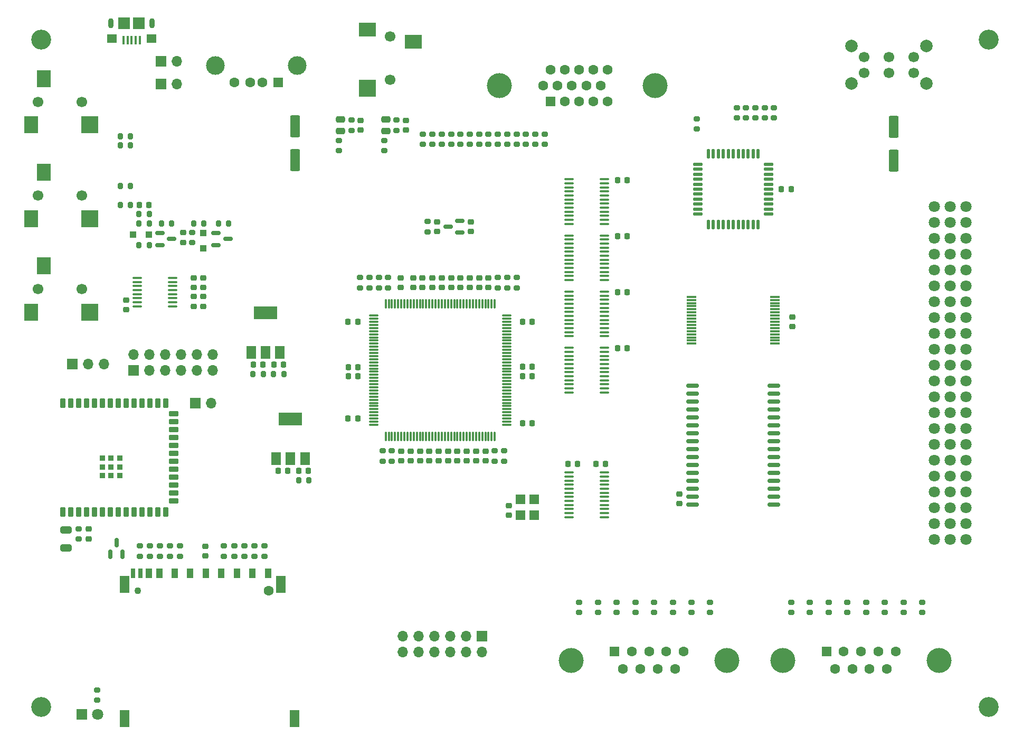
<source format=gts>
%TF.GenerationSoftware,KiCad,Pcbnew,(7.0.0)*%
%TF.CreationDate,2023-03-16T09:59:11-07:00*%
%TF.ProjectId,aquarius-plus,61717561-7269-4757-932d-706c75732e6b,rev?*%
%TF.SameCoordinates,Original*%
%TF.FileFunction,Soldermask,Top*%
%TF.FilePolarity,Negative*%
%FSLAX46Y46*%
G04 Gerber Fmt 4.6, Leading zero omitted, Abs format (unit mm)*
G04 Created by KiCad (PCBNEW (7.0.0)) date 2023-03-16 09:59:11*
%MOMM*%
%LPD*%
G01*
G04 APERTURE LIST*
G04 Aperture macros list*
%AMRoundRect*
0 Rectangle with rounded corners*
0 $1 Rounding radius*
0 $2 $3 $4 $5 $6 $7 $8 $9 X,Y pos of 4 corners*
0 Add a 4 corners polygon primitive as box body*
4,1,4,$2,$3,$4,$5,$6,$7,$8,$9,$2,$3,0*
0 Add four circle primitives for the rounded corners*
1,1,$1+$1,$2,$3*
1,1,$1+$1,$4,$5*
1,1,$1+$1,$6,$7*
1,1,$1+$1,$8,$9*
0 Add four rect primitives between the rounded corners*
20,1,$1+$1,$2,$3,$4,$5,0*
20,1,$1+$1,$4,$5,$6,$7,0*
20,1,$1+$1,$6,$7,$8,$9,0*
20,1,$1+$1,$8,$9,$2,$3,0*%
G04 Aperture macros list end*
%ADD10RoundRect,0.200000X0.275000X-0.200000X0.275000X0.200000X-0.275000X0.200000X-0.275000X-0.200000X0*%
%ADD11C,1.800000*%
%ADD12RoundRect,0.200000X-0.275000X0.200000X-0.275000X-0.200000X0.275000X-0.200000X0.275000X0.200000X0*%
%ADD13RoundRect,0.225000X0.250000X-0.225000X0.250000X0.225000X-0.250000X0.225000X-0.250000X-0.225000X0*%
%ADD14RoundRect,0.100000X0.637500X0.100000X-0.637500X0.100000X-0.637500X-0.100000X0.637500X-0.100000X0*%
%ADD15RoundRect,0.150000X0.875000X0.150000X-0.875000X0.150000X-0.875000X-0.150000X0.875000X-0.150000X0*%
%ADD16R,1.700000X1.700000*%
%ADD17O,1.700000X1.700000*%
%ADD18RoundRect,0.225000X-0.250000X0.225000X-0.250000X-0.225000X0.250000X-0.225000X0.250000X0.225000X0*%
%ADD19C,4.000000*%
%ADD20R,1.600000X1.600000*%
%ADD21C,1.600000*%
%ADD22R,1.500000X2.000000*%
%ADD23R,3.800000X2.000000*%
%ADD24RoundRect,0.075000X-0.662500X-0.075000X0.662500X-0.075000X0.662500X0.075000X-0.662500X0.075000X0*%
%ADD25RoundRect,0.075000X-0.075000X-0.662500X0.075000X-0.662500X0.075000X0.662500X-0.075000X0.662500X0*%
%ADD26C,3.200000*%
%ADD27RoundRect,0.225000X-0.225000X-0.250000X0.225000X-0.250000X0.225000X0.250000X-0.225000X0.250000X0*%
%ADD28RoundRect,0.225000X0.225000X0.250000X-0.225000X0.250000X-0.225000X-0.250000X0.225000X-0.250000X0*%
%ADD29RoundRect,0.250000X0.475000X-0.250000X0.475000X0.250000X-0.475000X0.250000X-0.475000X-0.250000X0*%
%ADD30RoundRect,0.200000X-0.200000X-0.275000X0.200000X-0.275000X0.200000X0.275000X-0.200000X0.275000X0*%
%ADD31RoundRect,0.150000X-0.587500X-0.150000X0.587500X-0.150000X0.587500X0.150000X-0.587500X0.150000X0*%
%ADD32RoundRect,0.150000X0.587500X0.150000X-0.587500X0.150000X-0.587500X-0.150000X0.587500X-0.150000X0*%
%ADD33RoundRect,0.200000X0.200000X0.275000X-0.200000X0.275000X-0.200000X-0.275000X0.200000X-0.275000X0*%
%ADD34C,1.700000*%
%ADD35R,2.200000X2.800000*%
%ADD36R,2.800000X2.800000*%
%ADD37C,2.000000*%
%ADD38RoundRect,0.100000X0.100000X0.575000X-0.100000X0.575000X-0.100000X-0.575000X0.100000X-0.575000X0*%
%ADD39O,0.900000X1.600000*%
%ADD40R,1.600000X1.400000*%
%ADD41R,1.900000X1.900000*%
%ADD42RoundRect,0.075000X0.712500X0.075000X-0.712500X0.075000X-0.712500X-0.075000X0.712500X-0.075000X0*%
%ADD43C,1.100000*%
%ADD44R,1.000000X1.500000*%
%ADD45R,0.700000X1.500000*%
%ADD46R,1.500000X2.800000*%
%ADD47RoundRect,0.137500X0.600000X0.137500X-0.600000X0.137500X-0.600000X-0.137500X0.600000X-0.137500X0*%
%ADD48RoundRect,0.137500X0.137500X0.600000X-0.137500X0.600000X-0.137500X-0.600000X0.137500X-0.600000X0*%
%ADD49RoundRect,0.100000X-0.637500X-0.100000X0.637500X-0.100000X0.637500X0.100000X-0.637500X0.100000X0*%
%ADD50R,1.600000X1.500000*%
%ADD51C,3.000000*%
%ADD52R,1.800000X1.800000*%
%ADD53RoundRect,0.250000X-0.550000X1.500000X-0.550000X-1.500000X0.550000X-1.500000X0.550000X1.500000X0*%
%ADD54R,1.000000X1.000000*%
%ADD55R,1.500000X1.600000*%
%ADD56RoundRect,0.150000X0.150000X-0.587500X0.150000X0.587500X-0.150000X0.587500X-0.150000X-0.587500X0*%
%ADD57RoundRect,0.250000X-0.650000X0.325000X-0.650000X-0.325000X0.650000X-0.325000X0.650000X0.325000X0*%
%ADD58R,2.800000X2.200000*%
%ADD59RoundRect,0.225000X0.225000X0.525000X-0.225000X0.525000X-0.225000X-0.525000X0.225000X-0.525000X0*%
%ADD60RoundRect,0.225000X-0.525000X0.225000X-0.525000X-0.225000X0.525000X-0.225000X0.525000X0.225000X0*%
%ADD61RoundRect,0.225000X-0.225000X-0.525000X0.225000X-0.525000X0.225000X0.525000X-0.225000X0.525000X0*%
%ADD62RoundRect,0.225000X-0.225000X-0.225000X0.225000X-0.225000X0.225000X0.225000X-0.225000X0.225000X0*%
G04 APERTURE END LIST*
D10*
%TO.C,R76*%
X207300000Y-130825000D03*
X207300000Y-129175000D03*
%TD*%
D11*
%TO.C,J10*%
X214825000Y-65830000D03*
X212285000Y-65830000D03*
X217365000Y-65830000D03*
X214825000Y-68370000D03*
X212285000Y-68370000D03*
X217365000Y-68370000D03*
X214825000Y-70910000D03*
X212285000Y-70910000D03*
X217365000Y-70910000D03*
X214825000Y-73450000D03*
X212285000Y-73450000D03*
X217365000Y-73450000D03*
X214825000Y-75990000D03*
X212285000Y-75990000D03*
X217365000Y-75990000D03*
X214825000Y-78530000D03*
X212285000Y-78530000D03*
X217365000Y-78530000D03*
X214825000Y-81070000D03*
X212285000Y-81070000D03*
X217365000Y-81070000D03*
X214825000Y-83610000D03*
X212285000Y-83610000D03*
X217365000Y-83610000D03*
X214825000Y-86150000D03*
X212285000Y-86150000D03*
X217365000Y-86150000D03*
X214825000Y-88690000D03*
X212285000Y-88690000D03*
X217365000Y-88690000D03*
X214825000Y-91230000D03*
X212285000Y-91230000D03*
X217365000Y-91230000D03*
X214825000Y-93770000D03*
X212285000Y-93770000D03*
X217365000Y-93770000D03*
X214825000Y-96310000D03*
X212285000Y-96310000D03*
X217365000Y-96310000D03*
X214825000Y-98850000D03*
X212285000Y-98850000D03*
X217365000Y-98850000D03*
X214825000Y-101390000D03*
X212285000Y-101390000D03*
X217365000Y-101390000D03*
X214825000Y-103930000D03*
X212285000Y-103930000D03*
X217365000Y-103930000D03*
X214825000Y-106470000D03*
X212285000Y-106470000D03*
X217365000Y-106470000D03*
X214825000Y-109010000D03*
X212285000Y-109010000D03*
X217365000Y-109010000D03*
X214825000Y-111550000D03*
X212285000Y-111550000D03*
X217365000Y-111550000D03*
X214825000Y-114090000D03*
X212285000Y-114090000D03*
X217365000Y-114090000D03*
X214825000Y-116630000D03*
X212285000Y-116630000D03*
X217365000Y-116630000D03*
X214825000Y-119170000D03*
X212285000Y-119170000D03*
X217365000Y-119170000D03*
%TD*%
D12*
%TO.C,R3*%
X183550000Y-49925000D03*
X183550000Y-51575000D03*
%TD*%
D13*
%TO.C,C25*%
X140750000Y-78775000D03*
X140750000Y-77225000D03*
%TD*%
D10*
%TO.C,R51*%
X75016750Y-119065071D03*
X75016750Y-117415071D03*
%TD*%
D14*
%TO.C,U5*%
X90112500Y-81775000D03*
X90112500Y-81125000D03*
X90112500Y-80475000D03*
X90112500Y-79825000D03*
X90112500Y-79175000D03*
X90112500Y-78525000D03*
X90112500Y-77875000D03*
X90112500Y-77225000D03*
X84387500Y-77225000D03*
X84387500Y-77875000D03*
X84387500Y-78525000D03*
X84387500Y-79175000D03*
X84387500Y-79825000D03*
X84387500Y-80475000D03*
X84387500Y-81125000D03*
X84387500Y-81775000D03*
%TD*%
D15*
%TO.C,U12*%
X186550000Y-113525000D03*
X186550000Y-112255000D03*
X186550000Y-110985000D03*
X186550000Y-109715000D03*
X186550000Y-108445000D03*
X186550000Y-107175000D03*
X186550000Y-105905000D03*
X186550000Y-104635000D03*
X186550000Y-103365000D03*
X186550000Y-102095000D03*
X186550000Y-100825000D03*
X186550000Y-99555000D03*
X186550000Y-98285000D03*
X186550000Y-97015000D03*
X186550000Y-95745000D03*
X186550000Y-94475000D03*
X173450000Y-94475000D03*
X173450000Y-95745000D03*
X173450000Y-97015000D03*
X173450000Y-98285000D03*
X173450000Y-99555000D03*
X173450000Y-100825000D03*
X173450000Y-102095000D03*
X173450000Y-103365000D03*
X173450000Y-104635000D03*
X173450000Y-105905000D03*
X173450000Y-107175000D03*
X173450000Y-108445000D03*
X173450000Y-109715000D03*
X173450000Y-110985000D03*
X173450000Y-112255000D03*
X173450000Y-113525000D03*
%TD*%
D16*
%TO.C,JP3*%
X93699999Y-97249999D03*
D17*
X96239999Y-97249999D03*
%TD*%
D12*
%TO.C,R60*%
X103228100Y-120175027D03*
X103228100Y-121825027D03*
%TD*%
D10*
%TO.C,R64*%
X161300000Y-130825000D03*
X161300000Y-129175000D03*
%TD*%
%TO.C,R17*%
X140750000Y-55825000D03*
X140750000Y-54175000D03*
%TD*%
%TO.C,R19*%
X143750000Y-55825000D03*
X143750000Y-54175000D03*
%TD*%
D18*
%TO.C,C47*%
X134250000Y-104975000D03*
X134250000Y-106525000D03*
%TD*%
D19*
%TO.C,J14*%
X187990000Y-138489669D03*
X212990000Y-138489669D03*
D20*
X194949999Y-137069668D03*
D21*
X197720000Y-137069669D03*
X200490000Y-137069669D03*
X203260000Y-137069669D03*
X206030000Y-137069669D03*
X196335000Y-139909669D03*
X199105000Y-139909669D03*
X201875000Y-139909669D03*
X204645000Y-139909669D03*
%TD*%
D16*
%TO.C,J11*%
X139699999Y-134619999D03*
D17*
X139699999Y-137159999D03*
X137159999Y-134619999D03*
X137159999Y-137159999D03*
X134619999Y-134619999D03*
X134619999Y-137159999D03*
X132079999Y-134619999D03*
X132079999Y-137159999D03*
X129539999Y-134619999D03*
X129539999Y-137159999D03*
X126999999Y-134619999D03*
X126999999Y-137159999D03*
%TD*%
D10*
%TO.C,R34*%
X131000000Y-69825000D03*
X131000000Y-68175000D03*
%TD*%
%TO.C,R74*%
X201300000Y-130825000D03*
X201300000Y-129175000D03*
%TD*%
D13*
%TO.C,C56*%
X171350000Y-113375000D03*
X171350000Y-111825000D03*
%TD*%
D10*
%TO.C,R65*%
X164300000Y-130825000D03*
X164300000Y-129175000D03*
%TD*%
D13*
%TO.C,C4*%
X127500000Y-53525000D03*
X127500000Y-51975000D03*
%TD*%
D22*
%TO.C,U8*%
X102699999Y-89149999D03*
X104999999Y-89149999D03*
D23*
X104999999Y-82849999D03*
D22*
X107299999Y-89149999D03*
%TD*%
D12*
%TO.C,R59*%
X101600000Y-121825000D03*
X101600000Y-120175000D03*
%TD*%
D18*
%TO.C,C50*%
X138750000Y-104975000D03*
X138750000Y-106525000D03*
%TD*%
D13*
%TO.C,C19*%
X131750000Y-78775000D03*
X131750000Y-77225000D03*
%TD*%
D24*
%TO.C,U9*%
X122337500Y-83250000D03*
X122337500Y-83750000D03*
X122337500Y-84250000D03*
X122337500Y-84750000D03*
X122337500Y-85250000D03*
X122337500Y-85750000D03*
X122337500Y-86250000D03*
X122337500Y-86750000D03*
X122337500Y-87250000D03*
X122337500Y-87750000D03*
X122337500Y-88250000D03*
X122337500Y-88750000D03*
X122337500Y-89250000D03*
X122337500Y-89750000D03*
X122337500Y-90250000D03*
X122337500Y-90750000D03*
X122337500Y-91250000D03*
X122337500Y-91750000D03*
X122337500Y-92250000D03*
X122337500Y-92750000D03*
X122337500Y-93250000D03*
X122337500Y-93750000D03*
X122337500Y-94250000D03*
X122337500Y-94750000D03*
X122337500Y-95250000D03*
X122337500Y-95750000D03*
X122337500Y-96250000D03*
X122337500Y-96750000D03*
X122337500Y-97250000D03*
X122337500Y-97750000D03*
X122337500Y-98250000D03*
X122337500Y-98750000D03*
X122337500Y-99250000D03*
X122337500Y-99750000D03*
X122337500Y-100250000D03*
X122337500Y-100750000D03*
D25*
X124250000Y-102662500D03*
X124750000Y-102662500D03*
X125250000Y-102662500D03*
X125750000Y-102662500D03*
X126250000Y-102662500D03*
X126750000Y-102662500D03*
X127250000Y-102662500D03*
X127750000Y-102662500D03*
X128250000Y-102662500D03*
X128750000Y-102662500D03*
X129250000Y-102662500D03*
X129750000Y-102662500D03*
X130250000Y-102662500D03*
X130750000Y-102662500D03*
X131250000Y-102662500D03*
X131750000Y-102662500D03*
X132250000Y-102662500D03*
X132750000Y-102662500D03*
X133250000Y-102662500D03*
X133750000Y-102662500D03*
X134250000Y-102662500D03*
X134750000Y-102662500D03*
X135250000Y-102662500D03*
X135750000Y-102662500D03*
X136250000Y-102662500D03*
X136750000Y-102662500D03*
X137250000Y-102662500D03*
X137750000Y-102662500D03*
X138250000Y-102662500D03*
X138750000Y-102662500D03*
X139250000Y-102662500D03*
X139750000Y-102662500D03*
X140250000Y-102662500D03*
X140750000Y-102662500D03*
X141250000Y-102662500D03*
X141750000Y-102662500D03*
D24*
X143662500Y-100750000D03*
X143662500Y-100250000D03*
X143662500Y-99750000D03*
X143662500Y-99250000D03*
X143662500Y-98750000D03*
X143662500Y-98250000D03*
X143662500Y-97750000D03*
X143662500Y-97250000D03*
X143662500Y-96750000D03*
X143662500Y-96250000D03*
X143662500Y-95750000D03*
X143662500Y-95250000D03*
X143662500Y-94750000D03*
X143662500Y-94250000D03*
X143662500Y-93750000D03*
X143662500Y-93250000D03*
X143662500Y-92750000D03*
X143662500Y-92250000D03*
X143662500Y-91750000D03*
X143662500Y-91250000D03*
X143662500Y-90750000D03*
X143662500Y-90250000D03*
X143662500Y-89750000D03*
X143662500Y-89250000D03*
X143662500Y-88750000D03*
X143662500Y-88250000D03*
X143662500Y-87750000D03*
X143662500Y-87250000D03*
X143662500Y-86750000D03*
X143662500Y-86250000D03*
X143662500Y-85750000D03*
X143662500Y-85250000D03*
X143662500Y-84750000D03*
X143662500Y-84250000D03*
X143662500Y-83750000D03*
X143662500Y-83250000D03*
D25*
X141750000Y-81337500D03*
X141250000Y-81337500D03*
X140750000Y-81337500D03*
X140250000Y-81337500D03*
X139750000Y-81337500D03*
X139250000Y-81337500D03*
X138750000Y-81337500D03*
X138250000Y-81337500D03*
X137750000Y-81337500D03*
X137250000Y-81337500D03*
X136750000Y-81337500D03*
X136250000Y-81337500D03*
X135750000Y-81337500D03*
X135250000Y-81337500D03*
X134750000Y-81337500D03*
X134250000Y-81337500D03*
X133750000Y-81337500D03*
X133250000Y-81337500D03*
X132750000Y-81337500D03*
X132250000Y-81337500D03*
X131750000Y-81337500D03*
X131250000Y-81337500D03*
X130750000Y-81337500D03*
X130250000Y-81337500D03*
X129750000Y-81337500D03*
X129250000Y-81337500D03*
X128750000Y-81337500D03*
X128250000Y-81337500D03*
X127750000Y-81337500D03*
X127250000Y-81337500D03*
X126750000Y-81337500D03*
X126250000Y-81337500D03*
X125750000Y-81337500D03*
X125250000Y-81337500D03*
X124750000Y-81337500D03*
X124250000Y-81337500D03*
%TD*%
D26*
%TO.C,H4*%
X221000000Y-146000000D03*
%TD*%
D10*
%TO.C,R12*%
X133250000Y-55825000D03*
X133250000Y-54175000D03*
%TD*%
%TO.C,R46*%
X123750000Y-106575000D03*
X123750000Y-104925000D03*
%TD*%
D27*
%TO.C,C37*%
X146225000Y-91450000D03*
X147775000Y-91450000D03*
%TD*%
D26*
%TO.C,H3*%
X69000000Y-146000000D03*
%TD*%
D12*
%TO.C,R1*%
X180550000Y-49925000D03*
X180550000Y-51575000D03*
%TD*%
D28*
%TO.C,C54*%
X108575000Y-108150000D03*
X107025000Y-108150000D03*
%TD*%
D10*
%TO.C,R42*%
X143750000Y-78825000D03*
X143750000Y-77175000D03*
%TD*%
D29*
%TO.C,C3*%
X124250000Y-53700000D03*
X124250000Y-51800000D03*
%TD*%
D12*
%TO.C,R5*%
X186550000Y-49925000D03*
X186550000Y-51575000D03*
%TD*%
D30*
%TO.C,R28*%
X81675000Y-65500000D03*
X83325000Y-65500000D03*
%TD*%
D31*
%TO.C,Q2*%
X97062500Y-70050000D03*
X97062500Y-71950000D03*
X98937500Y-71000000D03*
%TD*%
D18*
%TO.C,C10*%
X132500000Y-68225000D03*
X132500000Y-69775000D03*
%TD*%
D32*
%TO.C,U3*%
X136137500Y-69950000D03*
X136137500Y-68050000D03*
X134262500Y-69000000D03*
%TD*%
D10*
%TO.C,R39*%
X123150000Y-78825000D03*
X123150000Y-77175000D03*
%TD*%
D18*
%TO.C,C48*%
X135750000Y-104975000D03*
X135750000Y-106525000D03*
%TD*%
D13*
%TO.C,C18*%
X130150000Y-78775000D03*
X130150000Y-77225000D03*
%TD*%
D10*
%TO.C,R43*%
X145250000Y-78825000D03*
X145250000Y-77175000D03*
%TD*%
%TO.C,R25*%
X116750000Y-56825000D03*
X116750000Y-55175000D03*
%TD*%
D33*
%TO.C,R9*%
X83325000Y-54500000D03*
X81675000Y-54500000D03*
%TD*%
D34*
%TO.C,J6*%
X68500000Y-64000000D03*
X75500000Y-64000000D03*
D35*
X69399999Y-60299999D03*
X67399999Y-67699999D03*
D36*
X76799999Y-67699999D03*
%TD*%
D30*
%TO.C,R27*%
X81675000Y-62500000D03*
X83325000Y-62500000D03*
%TD*%
D18*
%TO.C,C11*%
X137900000Y-68225000D03*
X137900000Y-69775000D03*
%TD*%
D13*
%TO.C,C60*%
X95300000Y-121775000D03*
X95300000Y-120225000D03*
%TD*%
D28*
%TO.C,C55*%
X111875000Y-108150000D03*
X110325000Y-108150000D03*
%TD*%
D10*
%TO.C,R69*%
X176300000Y-130825000D03*
X176300000Y-129175000D03*
%TD*%
D27*
%TO.C,C26*%
X161425000Y-79550000D03*
X162975000Y-79550000D03*
%TD*%
D10*
%TO.C,R68*%
X173300000Y-130825000D03*
X173300000Y-129175000D03*
%TD*%
D30*
%TO.C,R36*%
X84675000Y-72000000D03*
X86325000Y-72000000D03*
%TD*%
D12*
%TO.C,R52*%
X84796860Y-120169533D03*
X84796860Y-121819533D03*
%TD*%
D28*
%TO.C,C53*%
X159500000Y-107000000D03*
X157950000Y-107000000D03*
%TD*%
D13*
%TO.C,C28*%
X93500000Y-81775000D03*
X93500000Y-80225000D03*
%TD*%
D10*
%TO.C,R37*%
X120150000Y-78825000D03*
X120150000Y-77175000D03*
%TD*%
D37*
%TO.C,SW1*%
X210957500Y-46082500D03*
X210957500Y-40082500D03*
X198957500Y-46082500D03*
X198957500Y-40082500D03*
D34*
X208957500Y-44332500D03*
X204957500Y-44332500D03*
X200957500Y-44332500D03*
X208957500Y-41832500D03*
X204957500Y-41832500D03*
X200957500Y-41832500D03*
%TD*%
D18*
%TO.C,C29*%
X95000000Y-80225000D03*
X95000000Y-81775000D03*
%TD*%
D10*
%TO.C,R23*%
X149750000Y-55825000D03*
X149750000Y-54175000D03*
%TD*%
D30*
%TO.C,R50*%
X110275000Y-109650000D03*
X111925000Y-109650000D03*
%TD*%
D10*
%TO.C,R18*%
X142250000Y-55825000D03*
X142250000Y-54175000D03*
%TD*%
D12*
%TO.C,R57*%
X98312279Y-120173519D03*
X98312279Y-121823519D03*
%TD*%
%TO.C,R7*%
X118750000Y-51925000D03*
X118750000Y-53575000D03*
%TD*%
D10*
%TO.C,R11*%
X131750000Y-55825000D03*
X131750000Y-54175000D03*
%TD*%
D16*
%TO.C,J8*%
X73999999Y-90999999D03*
D17*
X76539999Y-90999999D03*
X79079999Y-90999999D03*
%TD*%
D18*
%TO.C,C44*%
X129750000Y-104975000D03*
X129750000Y-106525000D03*
%TD*%
%TO.C,C49*%
X137250000Y-104975000D03*
X137250000Y-106525000D03*
%TD*%
D13*
%TO.C,C24*%
X139250000Y-78775000D03*
X139250000Y-77225000D03*
%TD*%
%TO.C,C21*%
X134750000Y-78775000D03*
X134750000Y-77225000D03*
%TD*%
D12*
%TO.C,R35*%
X93250000Y-69925000D03*
X93250000Y-71575000D03*
%TD*%
D10*
%TO.C,R53*%
X86403578Y-121820504D03*
X86403578Y-120170504D03*
%TD*%
D38*
%TO.C,J1*%
X84800000Y-39125000D03*
X84150000Y-39125000D03*
X83500000Y-39125000D03*
X82850000Y-39125000D03*
X82200000Y-39125000D03*
D39*
X86799999Y-36449999D03*
D40*
X86699999Y-38899999D03*
D41*
X84699999Y-36449999D03*
X82299999Y-36449999D03*
D40*
X80299999Y-38899999D03*
D39*
X80199999Y-36449999D03*
%TD*%
D12*
%TO.C,R4*%
X185050000Y-49925000D03*
X185050000Y-51575000D03*
%TD*%
D22*
%TO.C,U11*%
X106699999Y-106149999D03*
X108999999Y-106149999D03*
D23*
X108999999Y-99849999D03*
D22*
X111299999Y-106149999D03*
%TD*%
D10*
%TO.C,R16*%
X139250000Y-55825000D03*
X139250000Y-54175000D03*
%TD*%
D27*
%TO.C,C7*%
X161450000Y-61550000D03*
X163000000Y-61550000D03*
%TD*%
D33*
%TO.C,R29*%
X86325000Y-67000000D03*
X84675000Y-67000000D03*
%TD*%
D18*
%TO.C,C46*%
X132750000Y-104975000D03*
X132750000Y-106525000D03*
%TD*%
D28*
%TO.C,C40*%
X119775000Y-99750000D03*
X118225000Y-99750000D03*
%TD*%
D13*
%TO.C,C32*%
X189500000Y-85025000D03*
X189500000Y-83475000D03*
%TD*%
%TO.C,C22*%
X136250000Y-78775000D03*
X136250000Y-77225000D03*
%TD*%
D34*
%TO.C,J7*%
X68500000Y-79000000D03*
X75500000Y-79000000D03*
D35*
X69399999Y-75299999D03*
X67399999Y-82699999D03*
D36*
X76799999Y-82699999D03*
%TD*%
D31*
%TO.C,Q1*%
X88062500Y-70050000D03*
X88062500Y-71950000D03*
X89937500Y-71000000D03*
%TD*%
D10*
%TO.C,R20*%
X145250000Y-55825000D03*
X145250000Y-54175000D03*
%TD*%
%TO.C,R21*%
X146750000Y-55825000D03*
X146750000Y-54175000D03*
%TD*%
%TO.C,R62*%
X155300000Y-130825000D03*
X155300000Y-129175000D03*
%TD*%
D12*
%TO.C,R47*%
X125250000Y-104925000D03*
X125250000Y-106575000D03*
%TD*%
%TO.C,R48*%
X141750000Y-104925000D03*
X141750000Y-106575000D03*
%TD*%
D30*
%TO.C,R44*%
X102975000Y-92650000D03*
X104625000Y-92650000D03*
%TD*%
D18*
%TO.C,C58*%
X76650000Y-117475000D03*
X76650000Y-119025000D03*
%TD*%
D42*
%TO.C,U7*%
X186687500Y-87750000D03*
X186687500Y-87250000D03*
X186687500Y-86750000D03*
X186687500Y-86250000D03*
X186687500Y-85750000D03*
X186687500Y-85250000D03*
X186687500Y-84750000D03*
X186687500Y-84250000D03*
X186687500Y-83750000D03*
X186687500Y-83250000D03*
X186687500Y-82750000D03*
X186687500Y-82250000D03*
X186687500Y-81750000D03*
X186687500Y-81250000D03*
X186687500Y-80750000D03*
X186687500Y-80250000D03*
X173312500Y-80250000D03*
X173312500Y-80750000D03*
X173312500Y-81250000D03*
X173312500Y-81750000D03*
X173312500Y-82250000D03*
X173312500Y-82750000D03*
X173312500Y-83250000D03*
X173312500Y-83750000D03*
X173312500Y-84250000D03*
X173312500Y-84750000D03*
X173312500Y-85250000D03*
X173312500Y-85750000D03*
X173312500Y-86250000D03*
X173312500Y-86750000D03*
X173312500Y-87250000D03*
X173312500Y-87750000D03*
%TD*%
D10*
%TO.C,R70*%
X189300000Y-130825000D03*
X189300000Y-129175000D03*
%TD*%
D30*
%TO.C,R30*%
X84675000Y-68500000D03*
X86325000Y-68500000D03*
%TD*%
D12*
%TO.C,R78*%
X78000000Y-143225000D03*
X78000000Y-144875000D03*
%TD*%
D43*
%TO.C,J12*%
X84500000Y-127325000D03*
D21*
X105500000Y-127325000D03*
D44*
X102874999Y-124524999D03*
X100374999Y-124524999D03*
X97874999Y-124524999D03*
X95374999Y-124524999D03*
X92874999Y-124524999D03*
X90374999Y-124524999D03*
X87944999Y-124524999D03*
X86244999Y-124524999D03*
X105374999Y-124524999D03*
D45*
X84944999Y-124524999D03*
X83744999Y-124524999D03*
D46*
X82349999Y-126324999D03*
X82349999Y-147824999D03*
X107449999Y-126324999D03*
X109649999Y-147824999D03*
%TD*%
D10*
%TO.C,R67*%
X170300000Y-130825000D03*
X170300000Y-129175000D03*
%TD*%
D12*
%TO.C,R56*%
X91260746Y-120188594D03*
X91260746Y-121838594D03*
%TD*%
D27*
%TO.C,C8*%
X187725000Y-63000000D03*
X189275000Y-63000000D03*
%TD*%
D12*
%TO.C,R2*%
X182050000Y-49925000D03*
X182050000Y-51575000D03*
%TD*%
D47*
%TO.C,U1*%
X185662500Y-67000000D03*
X185662500Y-66200000D03*
X185662500Y-65400000D03*
X185662500Y-64600000D03*
X185662500Y-63800000D03*
X185662500Y-63000000D03*
X185662500Y-62200000D03*
X185662500Y-61400000D03*
X185662500Y-60600000D03*
X185662500Y-59800000D03*
X185662500Y-59000000D03*
D48*
X184000000Y-57337500D03*
X183200000Y-57337500D03*
X182400000Y-57337500D03*
X181600000Y-57337500D03*
X180800000Y-57337500D03*
X180000000Y-57337500D03*
X179200000Y-57337500D03*
X178400000Y-57337500D03*
X177600000Y-57337500D03*
X176800000Y-57337500D03*
X176000000Y-57337500D03*
D47*
X174337500Y-59000000D03*
X174337500Y-59800000D03*
X174337500Y-60600000D03*
X174337500Y-61400000D03*
X174337500Y-62200000D03*
X174337500Y-63000000D03*
X174337500Y-63800000D03*
X174337500Y-64600000D03*
X174337500Y-65400000D03*
X174337500Y-66200000D03*
X174337500Y-67000000D03*
D48*
X176000000Y-68662500D03*
X176800000Y-68662500D03*
X177600000Y-68662500D03*
X178400000Y-68662500D03*
X179200000Y-68662500D03*
X180000000Y-68662500D03*
X180800000Y-68662500D03*
X181600000Y-68662500D03*
X182400000Y-68662500D03*
X183200000Y-68662500D03*
X184000000Y-68662500D03*
%TD*%
D33*
%TO.C,R32*%
X95075000Y-68500000D03*
X93425000Y-68500000D03*
%TD*%
D19*
%TO.C,J2*%
X167495000Y-46430000D03*
X142505000Y-46430000D03*
D20*
X150684999Y-48969999D03*
D21*
X152975000Y-48970000D03*
X155265000Y-48970000D03*
X157555000Y-48970000D03*
X159845000Y-48970000D03*
X149545000Y-46430000D03*
X151835000Y-46430000D03*
X154125000Y-46430000D03*
X156415000Y-46430000D03*
X158705000Y-46430000D03*
X150685000Y-43890000D03*
X152975000Y-43890000D03*
X155265000Y-43890000D03*
X157555000Y-43890000D03*
X159845000Y-43890000D03*
%TD*%
D49*
%TO.C,U10*%
X159362500Y-88425000D03*
X159362500Y-89075000D03*
X159362500Y-89725000D03*
X159362500Y-90375000D03*
X159362500Y-91025000D03*
X159362500Y-91675000D03*
X159362500Y-92325000D03*
X159362500Y-92975000D03*
X159362500Y-93625000D03*
X159362500Y-94275000D03*
X159362500Y-94925000D03*
X159362500Y-95575000D03*
X153637500Y-95575000D03*
X153637500Y-94925000D03*
X153637500Y-94275000D03*
X153637500Y-93625000D03*
X153637500Y-92975000D03*
X153637500Y-92325000D03*
X153637500Y-91675000D03*
X153637500Y-91025000D03*
X153637500Y-90375000D03*
X153637500Y-89725000D03*
X153637500Y-89075000D03*
X153637500Y-88425000D03*
%TD*%
D10*
%TO.C,R75*%
X204300000Y-130825000D03*
X204300000Y-129175000D03*
%TD*%
D28*
%TO.C,C38*%
X119800000Y-93000000D03*
X118250000Y-93000000D03*
%TD*%
D10*
%TO.C,R26*%
X124000000Y-56825000D03*
X124000000Y-55175000D03*
%TD*%
D50*
%TO.C,J4*%
X106999999Y-45859999D03*
D21*
X104500000Y-45860000D03*
X102500000Y-45860000D03*
X100000000Y-45860000D03*
D51*
X110070000Y-43150000D03*
X96930000Y-43150000D03*
%TD*%
D26*
%TO.C,H1*%
X69000000Y-39000000D03*
%TD*%
D49*
%TO.C,U2*%
X153637500Y-61425000D03*
X153637500Y-62075000D03*
X153637500Y-62725000D03*
X153637500Y-63375000D03*
X153637500Y-64025000D03*
X153637500Y-64675000D03*
X153637500Y-65325000D03*
X153637500Y-65975000D03*
X153637500Y-66625000D03*
X153637500Y-67275000D03*
X153637500Y-67925000D03*
X153637500Y-68575000D03*
X159362500Y-68575000D03*
X159362500Y-67925000D03*
X159362500Y-67275000D03*
X159362500Y-66625000D03*
X159362500Y-65975000D03*
X159362500Y-65325000D03*
X159362500Y-64675000D03*
X159362500Y-64025000D03*
X159362500Y-63375000D03*
X159362500Y-62725000D03*
X159362500Y-62075000D03*
X159362500Y-61425000D03*
%TD*%
D10*
%TO.C,R72*%
X195300000Y-130825000D03*
X195300000Y-129175000D03*
%TD*%
%TO.C,R71*%
X192300000Y-130825000D03*
X192300000Y-129175000D03*
%TD*%
D12*
%TO.C,R58*%
X99956429Y-120173492D03*
X99956429Y-121823492D03*
%TD*%
D52*
%TO.C,D3*%
X75499999Y-147174999D03*
D11*
X78040000Y-147175000D03*
%TD*%
D10*
%TO.C,R15*%
X137750000Y-55825000D03*
X137750000Y-54175000D03*
%TD*%
%TO.C,R13*%
X134750000Y-55825000D03*
X134750000Y-54175000D03*
%TD*%
D13*
%TO.C,C14*%
X93500000Y-78775000D03*
X93500000Y-77225000D03*
%TD*%
D12*
%TO.C,R8*%
X126000000Y-51925000D03*
X126000000Y-53575000D03*
%TD*%
D27*
%TO.C,C9*%
X84725000Y-65500000D03*
X86275000Y-65500000D03*
%TD*%
D26*
%TO.C,H2*%
X221000000Y-39000000D03*
%TD*%
D33*
%TO.C,R24*%
X83325000Y-56000000D03*
X81675000Y-56000000D03*
%TD*%
D28*
%TO.C,C36*%
X119800000Y-91500000D03*
X118250000Y-91500000D03*
%TD*%
D27*
%TO.C,C33*%
X161425000Y-88500000D03*
X162975000Y-88500000D03*
%TD*%
D53*
%TO.C,C5*%
X109680263Y-52939692D03*
X109680263Y-58339692D03*
%TD*%
D16*
%TO.C,J9*%
X83819999Y-91999999D03*
D17*
X83819999Y-89459999D03*
X86359999Y-91999999D03*
X86359999Y-89459999D03*
X88899999Y-91999999D03*
X88899999Y-89459999D03*
X91439999Y-91999999D03*
X91439999Y-89459999D03*
X93979999Y-91999999D03*
X93979999Y-89459999D03*
X96519999Y-91999999D03*
X96519999Y-89459999D03*
%TD*%
D18*
%TO.C,C42*%
X126750000Y-104975000D03*
X126750000Y-106525000D03*
%TD*%
D13*
%TO.C,C27*%
X82600000Y-82325000D03*
X82600000Y-80775000D03*
%TD*%
D10*
%TO.C,R49*%
X143250000Y-106575000D03*
X143250000Y-104925000D03*
%TD*%
D16*
%TO.C,JP2*%
X88224999Y-46149999D03*
D17*
X90764999Y-46149999D03*
%TD*%
D13*
%TO.C,C2*%
X120250000Y-53525000D03*
X120250000Y-51975000D03*
%TD*%
D54*
%TO.C,D2*%
X94999999Y-69999999D03*
X94999999Y-72499999D03*
%TD*%
D55*
%TO.C,X1*%
X148099999Y-115269999D03*
X148099999Y-112729999D03*
X145899999Y-112729999D03*
X145899999Y-115269999D03*
%TD*%
D10*
%TO.C,R40*%
X124650000Y-78825000D03*
X124650000Y-77175000D03*
%TD*%
D56*
%TO.C,Q3*%
X80120460Y-121533326D03*
X82020460Y-121533326D03*
X81070460Y-119658326D03*
%TD*%
D13*
%TO.C,C12*%
X91750000Y-71525000D03*
X91750000Y-69975000D03*
%TD*%
D10*
%TO.C,R41*%
X142250000Y-78825000D03*
X142250000Y-77175000D03*
%TD*%
D49*
%TO.C,U6*%
X153637500Y-79425000D03*
X153637500Y-80075000D03*
X153637500Y-80725000D03*
X153637500Y-81375000D03*
X153637500Y-82025000D03*
X153637500Y-82675000D03*
X153637500Y-83325000D03*
X153637500Y-83975000D03*
X153637500Y-84625000D03*
X153637500Y-85275000D03*
X153637500Y-85925000D03*
X153637500Y-86575000D03*
X159362500Y-86575000D03*
X159362500Y-85925000D03*
X159362500Y-85275000D03*
X159362500Y-84625000D03*
X159362500Y-83975000D03*
X159362500Y-83325000D03*
X159362500Y-82675000D03*
X159362500Y-82025000D03*
X159362500Y-81375000D03*
X159362500Y-80725000D03*
X159362500Y-80075000D03*
X159362500Y-79425000D03*
%TD*%
D27*
%TO.C,C52*%
X153475000Y-107000000D03*
X155025000Y-107000000D03*
%TD*%
D57*
%TO.C,C59*%
X72940922Y-117580362D03*
X72940922Y-120530362D03*
%TD*%
D18*
%TO.C,C15*%
X95000000Y-77225000D03*
X95000000Y-78775000D03*
%TD*%
D34*
%TO.C,J3*%
X125000000Y-38500000D03*
X125000000Y-45500000D03*
D58*
X128699999Y-39399999D03*
X121299999Y-37399999D03*
D36*
X121299999Y-46799999D03*
%TD*%
D13*
%TO.C,C20*%
X133250000Y-78775000D03*
X133250000Y-77225000D03*
%TD*%
%TO.C,C17*%
X128650000Y-78775000D03*
X128650000Y-77225000D03*
%TD*%
D12*
%TO.C,R55*%
X89654818Y-120175053D03*
X89654818Y-121825053D03*
%TD*%
D13*
%TO.C,C57*%
X144000000Y-115275000D03*
X144000000Y-113725000D03*
%TD*%
D28*
%TO.C,C35*%
X107875000Y-91150000D03*
X106325000Y-91150000D03*
%TD*%
D13*
%TO.C,C23*%
X137750000Y-78775000D03*
X137750000Y-77225000D03*
%TD*%
D33*
%TO.C,R33*%
X99075000Y-68500000D03*
X97425000Y-68500000D03*
%TD*%
D19*
%TO.C,J13*%
X153990000Y-138489669D03*
X178990000Y-138489669D03*
D20*
X160949999Y-137069668D03*
D21*
X163720000Y-137069669D03*
X166490000Y-137069669D03*
X169260000Y-137069669D03*
X172030000Y-137069669D03*
X162335000Y-139909669D03*
X165105000Y-139909669D03*
X167875000Y-139909669D03*
X170645000Y-139909669D03*
%TD*%
D30*
%TO.C,R45*%
X106275000Y-92650000D03*
X107925000Y-92650000D03*
%TD*%
D10*
%TO.C,R10*%
X130250000Y-55825000D03*
X130250000Y-54175000D03*
%TD*%
D13*
%TO.C,C16*%
X126650000Y-78775000D03*
X126650000Y-77225000D03*
%TD*%
D10*
%TO.C,R22*%
X148250000Y-55825000D03*
X148250000Y-54175000D03*
%TD*%
D59*
%TO.C,U13*%
X72490000Y-114750000D03*
X73760000Y-114750000D03*
X75030000Y-114750000D03*
X76300000Y-114750000D03*
X77570000Y-114750000D03*
X78840000Y-114750000D03*
X80110000Y-114750000D03*
X81380000Y-114750000D03*
X82650000Y-114750000D03*
X83920000Y-114750000D03*
X85190000Y-114750000D03*
X86460000Y-114750000D03*
X87730000Y-114750000D03*
X89000000Y-114750000D03*
D60*
X90250000Y-112985000D03*
X90250000Y-111715000D03*
X90250000Y-110445000D03*
X90250000Y-109175000D03*
X90250000Y-107905000D03*
X90250000Y-106635000D03*
X90250000Y-105365000D03*
X90250000Y-104095000D03*
X90250000Y-102825000D03*
X90250000Y-101555000D03*
X90250000Y-100285000D03*
X90250000Y-99015000D03*
D61*
X89000000Y-97250000D03*
X87730000Y-97250000D03*
X86460000Y-97250000D03*
X85190000Y-97250000D03*
X83920000Y-97250000D03*
X82650000Y-97250000D03*
X81380000Y-97250000D03*
X80110000Y-97250000D03*
X78840000Y-97250000D03*
X77570000Y-97250000D03*
X76300000Y-97250000D03*
X75030000Y-97250000D03*
X73760000Y-97250000D03*
X72490000Y-97250000D03*
D62*
X78810000Y-108900000D03*
X80210000Y-108900000D03*
X81610000Y-108900000D03*
X78810000Y-107500000D03*
X80210000Y-107500000D03*
X81610000Y-107500000D03*
X78810000Y-106100000D03*
X80210000Y-106100000D03*
X81610000Y-106100000D03*
%TD*%
D10*
%TO.C,R66*%
X167300000Y-130825000D03*
X167300000Y-129175000D03*
%TD*%
D28*
%TO.C,C34*%
X104575000Y-91150000D03*
X103025000Y-91150000D03*
%TD*%
%TO.C,C30*%
X119775000Y-84250000D03*
X118225000Y-84250000D03*
%TD*%
D12*
%TO.C,R38*%
X121650000Y-77175000D03*
X121650000Y-78825000D03*
%TD*%
D16*
%TO.C,JP1*%
X88224999Y-42499999D03*
D17*
X90764999Y-42499999D03*
%TD*%
D27*
%TO.C,C41*%
X146210054Y-100525384D03*
X147760054Y-100525384D03*
%TD*%
D12*
%TO.C,R6*%
X174150000Y-51725000D03*
X174150000Y-53375000D03*
%TD*%
D49*
%TO.C,U14*%
X153634781Y-108406457D03*
X153634781Y-109056457D03*
X153634781Y-109706457D03*
X153634781Y-110356457D03*
X153634781Y-111006457D03*
X153634781Y-111656457D03*
X153634781Y-112306457D03*
X153634781Y-112956457D03*
X153634781Y-113606457D03*
X153634781Y-114256457D03*
X153634781Y-114906457D03*
X153634781Y-115556457D03*
X159359781Y-115556457D03*
X159359781Y-114906457D03*
X159359781Y-114256457D03*
X159359781Y-113606457D03*
X159359781Y-112956457D03*
X159359781Y-112306457D03*
X159359781Y-111656457D03*
X159359781Y-111006457D03*
X159359781Y-110356457D03*
X159359781Y-109706457D03*
X159359781Y-109056457D03*
X159359781Y-108406457D03*
%TD*%
D10*
%TO.C,R63*%
X158300000Y-130825000D03*
X158300000Y-129175000D03*
%TD*%
D18*
%TO.C,C43*%
X128250000Y-104975000D03*
X128250000Y-106525000D03*
%TD*%
D27*
%TO.C,C13*%
X161425000Y-70500000D03*
X162975000Y-70500000D03*
%TD*%
D34*
%TO.C,J5*%
X68500000Y-49000000D03*
X75500000Y-49000000D03*
D35*
X69399999Y-45299999D03*
X67399999Y-52699999D03*
D36*
X76799999Y-52699999D03*
%TD*%
D29*
%TO.C,C1*%
X117000000Y-53700000D03*
X117000000Y-51800000D03*
%TD*%
D10*
%TO.C,R61*%
X104842634Y-121825027D03*
X104842634Y-120175027D03*
%TD*%
%TO.C,R77*%
X210300000Y-130825000D03*
X210300000Y-129175000D03*
%TD*%
%TO.C,R73*%
X198300000Y-130825000D03*
X198300000Y-129175000D03*
%TD*%
D12*
%TO.C,R54*%
X88021163Y-120170504D03*
X88021163Y-121820504D03*
%TD*%
D33*
%TO.C,R31*%
X89925000Y-68500000D03*
X88275000Y-68500000D03*
%TD*%
D27*
%TO.C,C31*%
X146225000Y-84250000D03*
X147775000Y-84250000D03*
%TD*%
D53*
%TO.C,C6*%
X205694209Y-53022727D03*
X205694209Y-58422727D03*
%TD*%
D10*
%TO.C,R14*%
X136250000Y-55825000D03*
X136250000Y-54175000D03*
%TD*%
D49*
%TO.C,U4*%
X153637500Y-70425000D03*
X153637500Y-71075000D03*
X153637500Y-71725000D03*
X153637500Y-72375000D03*
X153637500Y-73025000D03*
X153637500Y-73675000D03*
X153637500Y-74325000D03*
X153637500Y-74975000D03*
X153637500Y-75625000D03*
X153637500Y-76275000D03*
X153637500Y-76925000D03*
X153637500Y-77575000D03*
X159362500Y-77575000D03*
X159362500Y-76925000D03*
X159362500Y-76275000D03*
X159362500Y-75625000D03*
X159362500Y-74975000D03*
X159362500Y-74325000D03*
X159362500Y-73675000D03*
X159362500Y-73025000D03*
X159362500Y-72375000D03*
X159362500Y-71725000D03*
X159362500Y-71075000D03*
X159362500Y-70425000D03*
%TD*%
D18*
%TO.C,C51*%
X140250000Y-104975000D03*
X140250000Y-106525000D03*
%TD*%
D27*
%TO.C,C39*%
X146225000Y-92950000D03*
X147775000Y-92950000D03*
%TD*%
D18*
%TO.C,C45*%
X131250000Y-104975000D03*
X131250000Y-106525000D03*
%TD*%
D54*
%TO.C,D1*%
X86249999Y-70249999D03*
X83749999Y-70249999D03*
%TD*%
M02*

</source>
